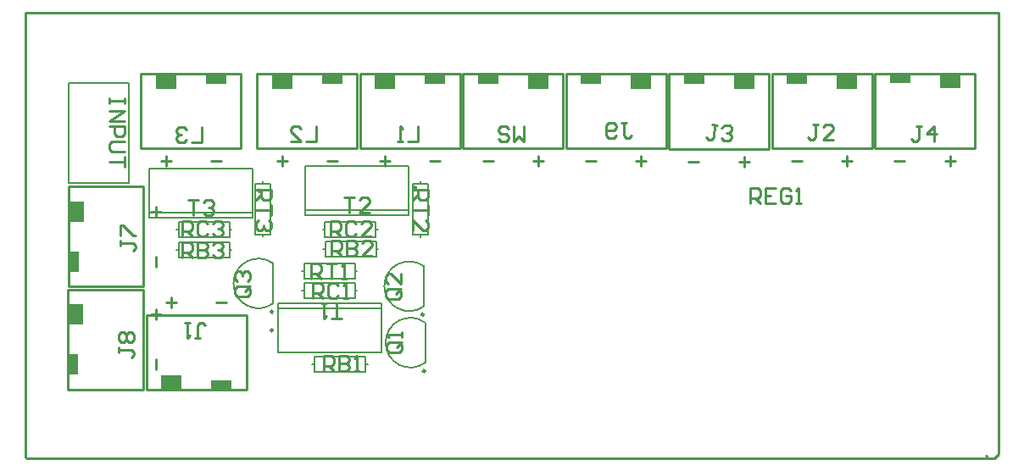
<source format=gto>
G04*
G04 #@! TF.GenerationSoftware,Altium Limited,Altium Designer,19.0.15 (446)*
G04*
G04 Layer_Color=65535*
%FSLAX25Y25*%
%MOIN*%
G70*
G01*
G75*
%ADD10C,0.00984*%
%ADD11C,0.00787*%
%ADD12C,0.01000*%
%ADD13R,0.07874X0.03937*%
%ADD14R,0.07874X0.05906*%
%ADD15R,0.05905X0.07874*%
%ADD16R,0.03937X0.07874*%
%ADD17R,0.07874X0.03937*%
D10*
X473857Y160000D02*
G03*
X473857Y160000I-492J0D01*
G01*
X533707Y143958D02*
G03*
X533707Y143958I-492J0D01*
G01*
X530127Y216000D02*
G03*
X530127Y216000I-492J0D01*
G01*
X533207Y166158D02*
G03*
X533207Y166158I-492J0D01*
G01*
X468927Y215000D02*
G03*
X468927Y215000I-492J0D01*
G01*
X473907Y167258D02*
G03*
X473907Y167258I-492J0D01*
G01*
D11*
X533806Y162895D02*
G03*
X533806Y147305I-5906J-7795D01*
G01*
X533306Y185095D02*
G03*
X533306Y169505I-5906J-7795D01*
G01*
X474006Y186195D02*
G03*
X474006Y170605I-5906J-7795D01*
G01*
X486100Y172600D02*
Y175600D01*
Y172600D02*
X506100D01*
Y178600D01*
X486100D02*
X506100D01*
X486100Y175600D02*
Y178600D01*
X506100Y175600D02*
X507000D01*
X485200D02*
X486100D01*
Y180400D02*
Y183400D01*
Y180400D02*
X506100D01*
Y186400D01*
X486100D02*
X506100D01*
X486100Y183400D02*
Y186400D01*
X506100Y183400D02*
X507000D01*
X485200D02*
X486100D01*
X475924Y168642D02*
X516476D01*
X475924Y170610D02*
X516476D01*
X475924Y151319D02*
X516476D01*
Y170610D01*
X475924Y151319D02*
Y170610D01*
X510200Y146600D02*
Y149600D01*
X490200D02*
X510200D01*
X490200Y143600D02*
Y149600D01*
Y143600D02*
X510200D01*
Y146600D01*
X489300D02*
X490200D01*
X510200D02*
X511100D01*
X533806Y147305D02*
Y162895D01*
X393554Y257385D02*
X417176D01*
X393554Y218015D02*
Y257385D01*
Y218015D02*
X417176D01*
Y257385D01*
X494300Y196700D02*
Y199700D01*
Y196700D02*
X514300D01*
Y202700D01*
X494300D02*
X514300D01*
X494300Y199700D02*
Y202700D01*
X514300Y199700D02*
X515200D01*
X493400D02*
X494300D01*
X528700Y217600D02*
X531700D01*
X528700Y197600D02*
Y217600D01*
Y197600D02*
X534700D01*
Y217600D01*
X531700D02*
X534700D01*
X531700Y196700D02*
Y197600D01*
Y217600D02*
Y218500D01*
X486524Y207358D02*
X527076D01*
X486524Y205390D02*
X527076D01*
X486524Y224681D02*
X527076D01*
X486524Y205390D02*
Y224681D01*
X527076Y205390D02*
Y224681D01*
X514400Y191800D02*
Y194800D01*
X494400D02*
X514400D01*
X494400Y188800D02*
Y194800D01*
Y188800D02*
X514400D01*
Y191800D01*
X493500D02*
X494400D01*
X514400D02*
X515300D01*
X533306Y169505D02*
Y185095D01*
X436700Y196700D02*
Y199700D01*
Y196700D02*
X456700D01*
Y202700D01*
X436700D02*
X456700D01*
X436700Y199700D02*
Y202700D01*
X456700Y199700D02*
X457600D01*
X435800D02*
X436700D01*
X466900Y217700D02*
X469900D01*
X466900Y197700D02*
Y217700D01*
Y197700D02*
X472900D01*
Y217700D01*
X469900D02*
X472900D01*
X469900Y196800D02*
Y197700D01*
Y217700D02*
Y218600D01*
X425324Y206358D02*
X465876D01*
X425324Y204390D02*
X465876D01*
X425324Y223681D02*
X465876D01*
X425324Y204390D02*
Y223681D01*
X465876Y204390D02*
Y223681D01*
X456700Y191700D02*
Y194700D01*
X436700D02*
X456700D01*
X436700Y188700D02*
Y194700D01*
Y188700D02*
X456700D01*
Y191700D01*
X435800D02*
X436700D01*
X456700D02*
X457600D01*
X474006Y170605D02*
Y186195D01*
D12*
X547443Y231452D02*
Y260980D01*
X508072Y231452D02*
Y260980D01*
Y231452D02*
X547443D01*
X508072Y260980D02*
X547443D01*
X506943Y231452D02*
Y260980D01*
X467572Y231452D02*
Y260980D01*
Y231452D02*
X506943D01*
X467572Y260980D02*
X506943D01*
X461343Y231452D02*
Y260980D01*
X421972Y231452D02*
Y260980D01*
Y231452D02*
X461343D01*
X421972Y260980D02*
X461343D01*
X393320Y136615D02*
Y175985D01*
X422848Y136615D02*
Y175985D01*
X393320D02*
X422848D01*
X393320Y136615D02*
X422848D01*
X393420Y177215D02*
X422948D01*
X393420Y216585D02*
X422948D01*
Y177215D02*
Y216585D01*
X393420Y177215D02*
Y216585D01*
X463428Y136420D02*
Y165948D01*
X424057Y136420D02*
Y165948D01*
X463428D01*
X424057Y136420D02*
X463428D01*
X589072Y231452D02*
Y260980D01*
X628443Y231452D02*
Y260980D01*
X589072Y231452D02*
X628443D01*
X589072Y260980D02*
X628443D01*
X629515Y231352D02*
Y260880D01*
X668885Y231352D02*
Y260880D01*
X629515Y231352D02*
X668885D01*
X629515Y260880D02*
X668885D01*
X670015Y231452D02*
Y260980D01*
X709385Y231452D02*
Y260980D01*
X670015Y231452D02*
X709385D01*
X670015Y260980D02*
X709385D01*
X710515Y231552D02*
Y261080D01*
X749885Y231552D02*
Y261080D01*
X710515Y231552D02*
X749885D01*
X710515Y261080D02*
X749885D01*
X548615Y231452D02*
Y260980D01*
X587985Y231452D02*
Y260980D01*
X548615Y231452D02*
X587985D01*
X548615Y260980D02*
X587985D01*
X531000Y240198D02*
Y234200D01*
X527001D01*
X525002D02*
X523003D01*
X524002D01*
Y240198D01*
X525002Y239198D01*
X535632Y226484D02*
X539630D01*
X515946D02*
X519945D01*
X517946Y224485D02*
Y228484D01*
X490900Y240198D02*
Y234200D01*
X486901D01*
X480903D02*
X484902D01*
X480903Y238199D01*
Y239198D01*
X481903Y240198D01*
X483902D01*
X484902Y239198D01*
X495131Y226484D02*
X499130D01*
X475447D02*
X479445D01*
X477446Y224485D02*
Y228484D01*
X446000Y239798D02*
Y233800D01*
X442001D01*
X440002Y238798D02*
X439002Y239798D01*
X437003D01*
X436003Y238798D01*
Y237799D01*
X437003Y236799D01*
X438003D01*
X437003D01*
X436003Y235799D01*
Y234800D01*
X437003Y233800D01*
X439002D01*
X440002Y234800D01*
X449532Y226484D02*
X453530D01*
X429846D02*
X433845D01*
X431846Y224485D02*
Y228484D01*
X489600Y172700D02*
Y178698D01*
X492599D01*
X493599Y177698D01*
Y175699D01*
X492599Y174699D01*
X489600D01*
X491599D02*
X493599Y172700D01*
X499597Y177698D02*
X498597Y178698D01*
X496598D01*
X495598Y177698D01*
Y173700D01*
X496598Y172700D01*
X498597D01*
X499597Y173700D01*
X501596Y172700D02*
X503595D01*
X502596D01*
Y178698D01*
X501596Y177698D01*
X488900Y180300D02*
Y186298D01*
X491899D01*
X492899Y185298D01*
Y183299D01*
X491899Y182299D01*
X488900D01*
X490899D02*
X492899Y180300D01*
X494898Y186298D02*
X498897D01*
X496897D01*
Y180300D01*
X500896D02*
X502895D01*
X501896D01*
Y186298D01*
X500896Y185298D01*
X500700Y164502D02*
X496701D01*
X498701D01*
Y170500D01*
X494702D02*
X492703D01*
X493702D01*
Y164502D01*
X494702Y165502D01*
X493700Y143800D02*
Y149798D01*
X496699D01*
X497699Y148798D01*
Y146799D01*
X496699Y145799D01*
X493700D01*
X495699D02*
X497699Y143800D01*
X499698Y149798D02*
Y143800D01*
X502697D01*
X503697Y144800D01*
Y145799D01*
X502697Y146799D01*
X499698D01*
X502697D01*
X503697Y147799D01*
Y148798D01*
X502697Y149798D01*
X499698D01*
X505696Y143800D02*
X507695D01*
X506696D01*
Y149798D01*
X505696Y148798D01*
X523500Y155399D02*
X519502D01*
X518502Y154399D01*
Y152400D01*
X519502Y151400D01*
X523500D01*
X524500Y152400D01*
Y154399D01*
X522501Y153399D02*
X524500Y155399D01*
Y154399D02*
X523500Y155399D01*
X524500Y157398D02*
Y159397D01*
Y158398D01*
X518502D01*
X519502Y157398D01*
X415498Y251100D02*
Y249101D01*
Y250100D01*
X409500D01*
Y251100D01*
Y249101D01*
Y246102D02*
X415498D01*
X409500Y242103D01*
X415498D01*
X409500Y240104D02*
X415498D01*
Y237105D01*
X414498Y236105D01*
X412499D01*
X411499Y237105D01*
Y240104D01*
X415498Y234105D02*
X410500D01*
X409500Y233106D01*
Y231106D01*
X410500Y230107D01*
X415498D01*
Y228107D02*
Y224109D01*
Y226108D01*
X409500D01*
X496400Y196900D02*
Y202898D01*
X499399D01*
X500399Y201898D01*
Y199899D01*
X499399Y198899D01*
X496400D01*
X498399D02*
X500399Y196900D01*
X506397Y201898D02*
X505397Y202898D01*
X503398D01*
X502398Y201898D01*
Y197900D01*
X503398Y196900D01*
X505397D01*
X506397Y197900D01*
X512395Y196900D02*
X508396D01*
X512395Y200899D01*
Y201898D01*
X511395Y202898D01*
X509396D01*
X508396Y201898D01*
X528700Y215300D02*
X534698D01*
Y212301D01*
X533698Y211301D01*
X531699D01*
X530699Y212301D01*
Y215300D01*
Y213301D02*
X528700Y211301D01*
X534698Y209302D02*
Y205303D01*
Y207303D01*
X528700D01*
Y199305D02*
Y203304D01*
X532699Y199305D01*
X533698D01*
X534698Y200305D01*
Y202304D01*
X533698Y203304D01*
X501800Y212098D02*
X505799D01*
X503799D01*
Y206100D01*
X511797D02*
X507798D01*
X511797Y210099D01*
Y211098D01*
X510797Y212098D01*
X508798D01*
X507798Y211098D01*
X496700Y189100D02*
Y195098D01*
X499699D01*
X500699Y194098D01*
Y192099D01*
X499699Y191099D01*
X496700D01*
X498699D02*
X500699Y189100D01*
X502698Y195098D02*
Y189100D01*
X505697D01*
X506697Y190100D01*
Y191099D01*
X505697Y192099D01*
X502698D01*
X505697D01*
X506697Y193099D01*
Y194098D01*
X505697Y195098D01*
X502698D01*
X512695Y189100D02*
X508696D01*
X512695Y193099D01*
Y194098D01*
X511695Y195098D01*
X509696D01*
X508696Y194098D01*
X523200Y176199D02*
X519202D01*
X518202Y175199D01*
Y173200D01*
X519202Y172200D01*
X523200D01*
X524200Y173200D01*
Y175199D01*
X522201Y174199D02*
X524200Y176199D01*
Y175199D02*
X523200Y176199D01*
X524200Y182197D02*
Y178198D01*
X520201Y182197D01*
X519202D01*
X518202Y181197D01*
Y179198D01*
X519202Y178198D01*
X438100Y197000D02*
Y202998D01*
X441099D01*
X442099Y201998D01*
Y199999D01*
X441099Y198999D01*
X438100D01*
X440099D02*
X442099Y197000D01*
X448097Y201998D02*
X447097Y202998D01*
X445098D01*
X444098Y201998D01*
Y198000D01*
X445098Y197000D01*
X447097D01*
X448097Y198000D01*
X450096Y201998D02*
X451096Y202998D01*
X453095D01*
X454095Y201998D01*
Y200999D01*
X453095Y199999D01*
X452096D01*
X453095D01*
X454095Y198999D01*
Y198000D01*
X453095Y197000D01*
X451096D01*
X450096Y198000D01*
X467100Y215400D02*
X473098D01*
Y212401D01*
X472098Y211401D01*
X470099D01*
X469099Y212401D01*
Y215400D01*
Y213401D02*
X467100Y211401D01*
X473098Y209402D02*
Y205403D01*
Y207403D01*
X467100D01*
X472098Y203404D02*
X473098Y202404D01*
Y200405D01*
X472098Y199405D01*
X471099D01*
X470099Y200405D01*
Y201405D01*
Y200405D01*
X469099Y199405D01*
X468100D01*
X467100Y200405D01*
Y202404D01*
X468100Y203404D01*
X440600Y211098D02*
X444599D01*
X442599D01*
Y205100D01*
X446598Y210098D02*
X447598Y211098D01*
X449597D01*
X450597Y210098D01*
Y209099D01*
X449597Y208099D01*
X448597D01*
X449597D01*
X450597Y207099D01*
Y206100D01*
X449597Y205100D01*
X447598D01*
X446598Y206100D01*
X438100Y188500D02*
Y194498D01*
X441099D01*
X442099Y193498D01*
Y191499D01*
X441099Y190499D01*
X438100D01*
X440099D02*
X442099Y188500D01*
X444098Y194498D02*
Y188500D01*
X447097D01*
X448097Y189500D01*
Y190499D01*
X447097Y191499D01*
X444098D01*
X447097D01*
X448097Y192499D01*
Y193498D01*
X447097Y194498D01*
X444098D01*
X450096Y193498D02*
X451096Y194498D01*
X453095D01*
X454095Y193498D01*
Y192499D01*
X453095Y191499D01*
X452096D01*
X453095D01*
X454095Y190499D01*
Y189500D01*
X453095Y188500D01*
X451096D01*
X450096Y189500D01*
X464000Y177199D02*
X460002D01*
X459002Y176199D01*
Y174200D01*
X460002Y173200D01*
X464000D01*
X465000Y174200D01*
Y176199D01*
X463001Y175199D02*
X465000Y177199D01*
Y176199D02*
X464000Y177199D01*
X460002Y179198D02*
X459002Y180198D01*
Y182197D01*
X460002Y183197D01*
X461001D01*
X462001Y182197D01*
Y181197D01*
Y182197D01*
X463001Y183197D01*
X464000D01*
X465000Y182197D01*
Y180198D01*
X464000Y179198D01*
X427816Y168111D02*
Y164112D01*
X429815Y166112D02*
X425816D01*
X427816Y148426D02*
Y144427D01*
X427916Y189026D02*
Y185027D01*
Y208711D02*
Y204712D01*
X429915Y206712D02*
X425916D01*
X451616Y170916D02*
X455615D01*
X431931D02*
X435930D01*
X433931Y172915D02*
Y168916D01*
X600883Y226484D02*
X596885D01*
X620569D02*
X616570D01*
X618569Y224485D02*
Y228484D01*
X641326Y226384D02*
X637327D01*
X661011D02*
X657012D01*
X659012Y224385D02*
Y228384D01*
X681826Y226484D02*
X677827D01*
X701511D02*
X697512D01*
X699512Y224485D02*
Y228484D01*
X722326Y226584D02*
X718327D01*
X742011D02*
X738012D01*
X740012Y224585D02*
Y228584D01*
X560426Y226484D02*
X556427D01*
X580111D02*
X576112D01*
X578112Y224485D02*
Y228484D01*
X661400Y210000D02*
Y215998D01*
X664399D01*
X665399Y214998D01*
Y212999D01*
X664399Y211999D01*
X661400D01*
X663399D02*
X665399Y210000D01*
X671397Y215998D02*
X667398D01*
Y210000D01*
X671397D01*
X667398Y212999D02*
X669397D01*
X677395Y214998D02*
X676395Y215998D01*
X674396D01*
X673396Y214998D01*
Y211000D01*
X674396Y210000D01*
X676395D01*
X677395Y211000D01*
Y212999D01*
X675395D01*
X679394Y210000D02*
X681393D01*
X680394D01*
Y215998D01*
X679394Y214998D01*
X610759Y241598D02*
X612758D01*
X611758D01*
Y236600D01*
X612758Y235600D01*
X613758D01*
X614757Y236600D01*
X608759D02*
X607760Y235600D01*
X605760D01*
X604761Y236600D01*
Y240598D01*
X605760Y241598D01*
X607760D01*
X608759Y240598D01*
Y239599D01*
X607760Y238599D01*
X604761D01*
X648363Y240713D02*
X646366Y240803D01*
X647365Y240758D01*
X647141Y235764D01*
X646097Y234810D01*
X645099Y234855D01*
X644145Y235899D01*
X650316Y239625D02*
X651359Y240579D01*
X653357Y240489D01*
X654311Y239446D01*
X654266Y238447D01*
X653222Y237493D01*
X652224Y237538D01*
X653222Y237493D01*
X654176Y236450D01*
X654132Y235451D01*
X653088Y234497D01*
X651091Y234587D01*
X650137Y235630D01*
X688199Y240898D02*
X686199D01*
X687199D01*
Y235900D01*
X686199Y234900D01*
X685200D01*
X684200Y235900D01*
X694197Y234900D02*
X690198D01*
X694197Y238899D01*
Y239898D01*
X693197Y240898D01*
X691198D01*
X690198Y239898D01*
X413302Y153299D02*
Y151299D01*
Y152299D01*
X418300D01*
X419300Y151299D01*
Y150300D01*
X418300Y149300D01*
X414302Y155298D02*
X413302Y156298D01*
Y158297D01*
X414302Y159297D01*
X415301D01*
X416301Y158297D01*
X417301Y159297D01*
X418300D01*
X419300Y158297D01*
Y156298D01*
X418300Y155298D01*
X417301D01*
X416301Y156298D01*
X415301Y155298D01*
X414302D01*
X416301Y156298D02*
Y158297D01*
X413902Y195099D02*
Y193099D01*
Y194099D01*
X418900D01*
X419900Y193099D01*
Y192100D01*
X418900Y191100D01*
X413902Y197098D02*
Y201097D01*
X414902D01*
X418900Y197098D01*
X419900D01*
X566599Y239398D02*
X565599Y240398D01*
X563600D01*
X562600Y239398D01*
Y238399D01*
X563600Y237399D01*
X565599D01*
X566599Y236399D01*
Y235400D01*
X565599Y234400D01*
X563600D01*
X562600Y235400D01*
X568598Y240398D02*
Y234400D01*
X570597Y236399D01*
X572597Y234400D01*
Y240398D01*
X728899D02*
X726899D01*
X727899D01*
Y235400D01*
X726899Y234400D01*
X725900D01*
X724900Y235400D01*
X733897Y234400D02*
Y240398D01*
X730898Y237399D01*
X734897D01*
X443201Y157002D02*
X445201D01*
X444201D01*
Y162000D01*
X445201Y163000D01*
X446200D01*
X447200Y162000D01*
X441202Y163000D02*
X439203D01*
X440202D01*
Y157002D01*
X441202Y158002D01*
X376600Y285000D02*
X759000D01*
X759100Y284900D01*
Y111100D02*
Y284900D01*
X757500Y109500D02*
X759100Y111100D01*
X377100Y109500D02*
X757500D01*
X376600Y110000D02*
X377100Y109500D01*
X376600Y110000D02*
Y285000D01*
X754100Y110600D02*
X754700Y110000D01*
D13*
X537600Y259011D02*
D03*
X497100D02*
D03*
X451500D02*
D03*
X453585Y138389D02*
D03*
X598915Y259011D02*
D03*
D14*
X517915Y258027D02*
D03*
X477415D02*
D03*
X431815D02*
D03*
X433900Y139373D02*
D03*
X618600Y258027D02*
D03*
X659043Y257927D02*
D03*
X699543Y258027D02*
D03*
X740043Y258127D02*
D03*
X578143Y258027D02*
D03*
D15*
X396273Y166142D02*
D03*
X396373Y206743D02*
D03*
D16*
X395289Y146458D02*
D03*
X395389Y187057D02*
D03*
D17*
X639358Y258911D02*
D03*
X679857Y259011D02*
D03*
X720358Y259111D02*
D03*
X558458Y259011D02*
D03*
M02*

</source>
